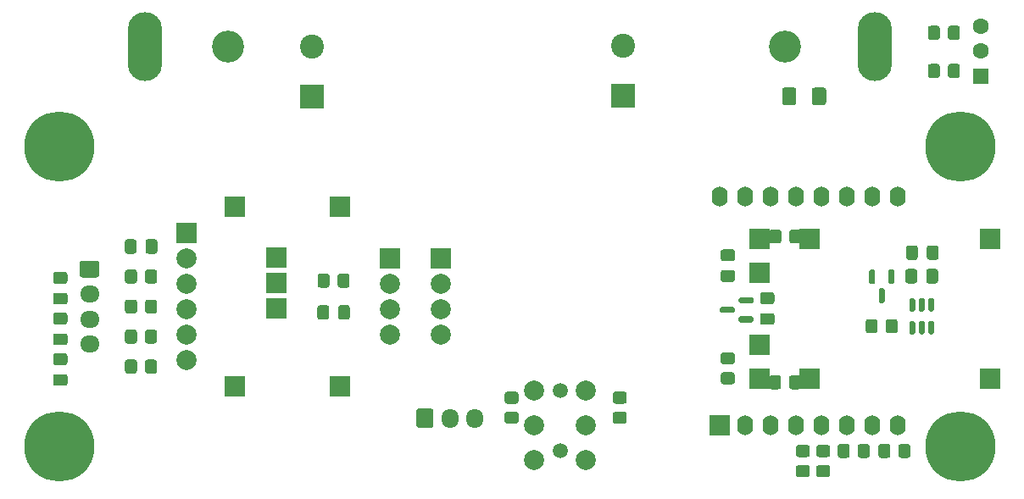
<source format=gbr>
G04 #@! TF.GenerationSoftware,KiCad,Pcbnew,6.0.7+dfsg-1~bpo11+1*
G04 #@! TF.ProjectId,wiscale-mod,77697363-616c-4652-9d6d-6f642e6b6963,rev?*
G04 #@! TF.SameCoordinates,Original*
G04 #@! TF.FileFunction,Soldermask,Bot*
G04 #@! TF.FilePolarity,Negative*
%FSLAX46Y46*%
G04 Gerber Fmt 4.6, Leading zero omitted, Abs format (unit mm)*
%MOMM*%
%LPD*%
G01*
G04 APERTURE LIST*
%ADD10R,2.000000X2.000000*%
%ADD11C,2.000000*%
%ADD12O,1.700000X1.950000*%
%ADD13R,2.400000X2.400000*%
%ADD14C,2.400000*%
%ADD15R,1.600000X1.600000*%
%ADD16C,1.600000*%
%ADD17C,7.000000*%
%ADD18C,0.800000*%
%ADD19C,1.500000*%
%ADD20O,1.950000X1.700000*%
%ADD21C,3.200000*%
%ADD22O,3.440000X6.880000*%
%ADD23O,1.600000X2.000000*%
G04 APERTURE END LIST*
D10*
X119265000Y-99850000D03*
D11*
X119265000Y-102390000D03*
X119265000Y-104930000D03*
X119265000Y-107470000D03*
X119265000Y-110010000D03*
X119265000Y-112550000D03*
D10*
X144665000Y-102390000D03*
X139585000Y-102390000D03*
D11*
X144665000Y-104930000D03*
X139585000Y-104930000D03*
X144665000Y-107470000D03*
X139585000Y-107470000D03*
X139585000Y-110010000D03*
X144665000Y-110010000D03*
G36*
G01*
X142250000Y-119075000D02*
X142250000Y-117625000D01*
G75*
G02*
X142500000Y-117375000I250000J0D01*
G01*
X143700000Y-117375000D01*
G75*
G02*
X143950000Y-117625000I0J-250000D01*
G01*
X143950000Y-119075000D01*
G75*
G02*
X143700000Y-119325000I-250000J0D01*
G01*
X142500000Y-119325000D01*
G75*
G02*
X142250000Y-119075000I0J250000D01*
G01*
G37*
D12*
X145600000Y-118350000D03*
X148100000Y-118350000D03*
D13*
X162909300Y-86155000D03*
D14*
X162909300Y-81155000D03*
D15*
X198584000Y-84157500D03*
D16*
X198584000Y-81657500D03*
X198584000Y-79157500D03*
D10*
X134600000Y-97200000D03*
X128250000Y-102280000D03*
X128250000Y-104820000D03*
X124100000Y-97200000D03*
X128250000Y-107360000D03*
X134600000Y-115200000D03*
X124100000Y-115200000D03*
D17*
X196600000Y-91200000D03*
D18*
X199225000Y-91200000D03*
X198456155Y-93056155D03*
X196600000Y-88575000D03*
X196600000Y-93825000D03*
X194743845Y-89343845D03*
X198456155Y-89343845D03*
X193975000Y-91200000D03*
X194743845Y-93056155D03*
D19*
X156600000Y-115600000D03*
X156600000Y-121600000D03*
D11*
X154000000Y-119100000D03*
X159200000Y-119100000D03*
X159200000Y-122500000D03*
X154000000Y-122500000D03*
X154000000Y-115600000D03*
X159200000Y-115600000D03*
D13*
X131794300Y-86200000D03*
D14*
X131794300Y-81200000D03*
D18*
X199225000Y-121200000D03*
D17*
X196600000Y-121200000D03*
D18*
X196600000Y-123825000D03*
X194743845Y-119343845D03*
X193975000Y-121200000D03*
X198456155Y-123056155D03*
X198456155Y-119343845D03*
X196600000Y-118575000D03*
X194743845Y-123056155D03*
G36*
G01*
X108875000Y-102600000D02*
X110325000Y-102600000D01*
G75*
G02*
X110575000Y-102850000I0J-250000D01*
G01*
X110575000Y-104050000D01*
G75*
G02*
X110325000Y-104300000I-250000J0D01*
G01*
X108875000Y-104300000D01*
G75*
G02*
X108625000Y-104050000I0J250000D01*
G01*
X108625000Y-102850000D01*
G75*
G02*
X108875000Y-102600000I250000J0D01*
G01*
G37*
D20*
X109600000Y-105950000D03*
X109600000Y-108450000D03*
X109600000Y-110950000D03*
D10*
X181550000Y-114450000D03*
X176550000Y-111050000D03*
X176550000Y-103850000D03*
X181550000Y-100450000D03*
X199550000Y-114450000D03*
X199550000Y-100450000D03*
X176550000Y-114450000D03*
X176550000Y-100450000D03*
D18*
X104743845Y-119343845D03*
X103975000Y-121200000D03*
D17*
X106600000Y-121200000D03*
D18*
X108456155Y-123056155D03*
X109225000Y-121200000D03*
X106600000Y-123825000D03*
X108456155Y-119343845D03*
X104743845Y-123056155D03*
X106600000Y-118575000D03*
D21*
X179040000Y-81200000D03*
X123430000Y-81200000D03*
D22*
X188050000Y-81200000D03*
X115150000Y-81200000D03*
D17*
X106600000Y-91200000D03*
D18*
X103975000Y-91200000D03*
X106600000Y-88575000D03*
X108456155Y-93056155D03*
X109225000Y-91200000D03*
X104743845Y-89343845D03*
X106600000Y-93825000D03*
X108456155Y-89343845D03*
X104743845Y-93056155D03*
D10*
X172520000Y-119060000D03*
D23*
X175060000Y-119060000D03*
X177600000Y-119060000D03*
X180140000Y-119060000D03*
X182680000Y-119060000D03*
X185220000Y-119060000D03*
X187760000Y-119060000D03*
X190300000Y-119060000D03*
X190300000Y-96200000D03*
X187760000Y-96200000D03*
X185220000Y-96200000D03*
X182680000Y-96200000D03*
X180140000Y-96200000D03*
X177600000Y-96200000D03*
X175060000Y-96200000D03*
X172520000Y-96200000D03*
G36*
G01*
X113125000Y-101675000D02*
X113125000Y-100725000D01*
G75*
G02*
X113375000Y-100475000I250000J0D01*
G01*
X114050000Y-100475000D01*
G75*
G02*
X114300000Y-100725000I0J-250000D01*
G01*
X114300000Y-101675000D01*
G75*
G02*
X114050000Y-101925000I-250000J0D01*
G01*
X113375000Y-101925000D01*
G75*
G02*
X113125000Y-101675000I0J250000D01*
G01*
G37*
G36*
G01*
X115200000Y-101675000D02*
X115200000Y-100725000D01*
G75*
G02*
X115450000Y-100475000I250000J0D01*
G01*
X116125000Y-100475000D01*
G75*
G02*
X116375000Y-100725000I0J-250000D01*
G01*
X116375000Y-101675000D01*
G75*
G02*
X116125000Y-101925000I-250000J0D01*
G01*
X115450000Y-101925000D01*
G75*
G02*
X115200000Y-101675000I0J250000D01*
G01*
G37*
G36*
G01*
X193345000Y-80295000D02*
X193345000Y-79395000D01*
G75*
G02*
X193595000Y-79145000I250000J0D01*
G01*
X194295000Y-79145000D01*
G75*
G02*
X194545000Y-79395000I0J-250000D01*
G01*
X194545000Y-80295000D01*
G75*
G02*
X194295000Y-80545000I-250000J0D01*
G01*
X193595000Y-80545000D01*
G75*
G02*
X193345000Y-80295000I0J250000D01*
G01*
G37*
G36*
G01*
X195345000Y-80295000D02*
X195345000Y-79395000D01*
G75*
G02*
X195595000Y-79145000I250000J0D01*
G01*
X196295000Y-79145000D01*
G75*
G02*
X196545000Y-79395000I0J-250000D01*
G01*
X196545000Y-80295000D01*
G75*
G02*
X196295000Y-80545000I-250000J0D01*
G01*
X195595000Y-80545000D01*
G75*
G02*
X195345000Y-80295000I0J250000D01*
G01*
G37*
G36*
G01*
X194411000Y-101341000D02*
X194411000Y-102291000D01*
G75*
G02*
X194161000Y-102541000I-250000J0D01*
G01*
X193486000Y-102541000D01*
G75*
G02*
X193236000Y-102291000I0J250000D01*
G01*
X193236000Y-101341000D01*
G75*
G02*
X193486000Y-101091000I250000J0D01*
G01*
X194161000Y-101091000D01*
G75*
G02*
X194411000Y-101341000I0J-250000D01*
G01*
G37*
G36*
G01*
X192336000Y-101341000D02*
X192336000Y-102291000D01*
G75*
G02*
X192086000Y-102541000I-250000J0D01*
G01*
X191411000Y-102541000D01*
G75*
G02*
X191161000Y-102291000I0J250000D01*
G01*
X191161000Y-101341000D01*
G75*
G02*
X191411000Y-101091000I250000J0D01*
G01*
X192086000Y-101091000D01*
G75*
G02*
X192336000Y-101341000I0J-250000D01*
G01*
G37*
G36*
G01*
X180670000Y-114320000D02*
X180670000Y-115220000D01*
G75*
G02*
X180420000Y-115470000I-250000J0D01*
G01*
X179720000Y-115470000D01*
G75*
G02*
X179470000Y-115220000I0J250000D01*
G01*
X179470000Y-114320000D01*
G75*
G02*
X179720000Y-114070000I250000J0D01*
G01*
X180420000Y-114070000D01*
G75*
G02*
X180670000Y-114320000I0J-250000D01*
G01*
G37*
G36*
G01*
X178670000Y-114320000D02*
X178670000Y-115220000D01*
G75*
G02*
X178420000Y-115470000I-250000J0D01*
G01*
X177720000Y-115470000D01*
G75*
G02*
X177470000Y-115220000I0J250000D01*
G01*
X177470000Y-114320000D01*
G75*
G02*
X177720000Y-114070000I250000J0D01*
G01*
X178420000Y-114070000D01*
G75*
G02*
X178670000Y-114320000I0J-250000D01*
G01*
G37*
G36*
G01*
X106205000Y-107811000D02*
X107155000Y-107811000D01*
G75*
G02*
X107405000Y-108061000I0J-250000D01*
G01*
X107405000Y-108736000D01*
G75*
G02*
X107155000Y-108986000I-250000J0D01*
G01*
X106205000Y-108986000D01*
G75*
G02*
X105955000Y-108736000I0J250000D01*
G01*
X105955000Y-108061000D01*
G75*
G02*
X106205000Y-107811000I250000J0D01*
G01*
G37*
G36*
G01*
X106205000Y-109886000D02*
X107155000Y-109886000D01*
G75*
G02*
X107405000Y-110136000I0J-250000D01*
G01*
X107405000Y-110811000D01*
G75*
G02*
X107155000Y-111061000I-250000J0D01*
G01*
X106205000Y-111061000D01*
G75*
G02*
X105955000Y-110811000I0J250000D01*
G01*
X105955000Y-110136000D01*
G75*
G02*
X106205000Y-109886000I250000J0D01*
G01*
G37*
G36*
G01*
X184328000Y-122078000D02*
X184328000Y-121178000D01*
G75*
G02*
X184578000Y-120928000I250000J0D01*
G01*
X185278000Y-120928000D01*
G75*
G02*
X185528000Y-121178000I0J-250000D01*
G01*
X185528000Y-122078000D01*
G75*
G02*
X185278000Y-122328000I-250000J0D01*
G01*
X184578000Y-122328000D01*
G75*
G02*
X184328000Y-122078000I0J250000D01*
G01*
G37*
G36*
G01*
X186328000Y-122078000D02*
X186328000Y-121178000D01*
G75*
G02*
X186578000Y-120928000I250000J0D01*
G01*
X187278000Y-120928000D01*
G75*
G02*
X187528000Y-121178000I0J-250000D01*
G01*
X187528000Y-122078000D01*
G75*
G02*
X187278000Y-122328000I-250000J0D01*
G01*
X186578000Y-122328000D01*
G75*
G02*
X186328000Y-122078000I0J250000D01*
G01*
G37*
G36*
G01*
X172905000Y-111773000D02*
X173805000Y-111773000D01*
G75*
G02*
X174055000Y-112023000I0J-250000D01*
G01*
X174055000Y-112723000D01*
G75*
G02*
X173805000Y-112973000I-250000J0D01*
G01*
X172905000Y-112973000D01*
G75*
G02*
X172655000Y-112723000I0J250000D01*
G01*
X172655000Y-112023000D01*
G75*
G02*
X172905000Y-111773000I250000J0D01*
G01*
G37*
G36*
G01*
X172905000Y-113773000D02*
X173805000Y-113773000D01*
G75*
G02*
X174055000Y-114023000I0J-250000D01*
G01*
X174055000Y-114723000D01*
G75*
G02*
X173805000Y-114973000I-250000J0D01*
G01*
X172905000Y-114973000D01*
G75*
G02*
X172655000Y-114723000I0J250000D01*
G01*
X172655000Y-114023000D01*
G75*
G02*
X172905000Y-113773000I250000J0D01*
G01*
G37*
G36*
G01*
X177500000Y-100650000D02*
X177500000Y-99750000D01*
G75*
G02*
X177750000Y-99500000I250000J0D01*
G01*
X178450000Y-99500000D01*
G75*
G02*
X178700000Y-99750000I0J-250000D01*
G01*
X178700000Y-100650000D01*
G75*
G02*
X178450000Y-100900000I-250000J0D01*
G01*
X177750000Y-100900000D01*
G75*
G02*
X177500000Y-100650000I0J250000D01*
G01*
G37*
G36*
G01*
X179500000Y-100650000D02*
X179500000Y-99750000D01*
G75*
G02*
X179750000Y-99500000I250000J0D01*
G01*
X180450000Y-99500000D01*
G75*
G02*
X180700000Y-99750000I0J-250000D01*
G01*
X180700000Y-100650000D01*
G75*
G02*
X180450000Y-100900000I-250000J0D01*
G01*
X179750000Y-100900000D01*
G75*
G02*
X179500000Y-100650000I0J250000D01*
G01*
G37*
G36*
G01*
X191622000Y-106366000D02*
X191922000Y-106366000D01*
G75*
G02*
X192072000Y-106516000I0J-150000D01*
G01*
X192072000Y-107541000D01*
G75*
G02*
X191922000Y-107691000I-150000J0D01*
G01*
X191622000Y-107691000D01*
G75*
G02*
X191472000Y-107541000I0J150000D01*
G01*
X191472000Y-106516000D01*
G75*
G02*
X191622000Y-106366000I150000J0D01*
G01*
G37*
G36*
G01*
X192572000Y-106366000D02*
X192872000Y-106366000D01*
G75*
G02*
X193022000Y-106516000I0J-150000D01*
G01*
X193022000Y-107541000D01*
G75*
G02*
X192872000Y-107691000I-150000J0D01*
G01*
X192572000Y-107691000D01*
G75*
G02*
X192422000Y-107541000I0J150000D01*
G01*
X192422000Y-106516000D01*
G75*
G02*
X192572000Y-106366000I150000J0D01*
G01*
G37*
G36*
G01*
X193522000Y-106366000D02*
X193822000Y-106366000D01*
G75*
G02*
X193972000Y-106516000I0J-150000D01*
G01*
X193972000Y-107541000D01*
G75*
G02*
X193822000Y-107691000I-150000J0D01*
G01*
X193522000Y-107691000D01*
G75*
G02*
X193372000Y-107541000I0J150000D01*
G01*
X193372000Y-106516000D01*
G75*
G02*
X193522000Y-106366000I150000J0D01*
G01*
G37*
G36*
G01*
X193522000Y-108641000D02*
X193822000Y-108641000D01*
G75*
G02*
X193972000Y-108791000I0J-150000D01*
G01*
X193972000Y-109816000D01*
G75*
G02*
X193822000Y-109966000I-150000J0D01*
G01*
X193522000Y-109966000D01*
G75*
G02*
X193372000Y-109816000I0J150000D01*
G01*
X193372000Y-108791000D01*
G75*
G02*
X193522000Y-108641000I150000J0D01*
G01*
G37*
G36*
G01*
X192572000Y-108641000D02*
X192872000Y-108641000D01*
G75*
G02*
X193022000Y-108791000I0J-150000D01*
G01*
X193022000Y-109816000D01*
G75*
G02*
X192872000Y-109966000I-150000J0D01*
G01*
X192572000Y-109966000D01*
G75*
G02*
X192422000Y-109816000I0J150000D01*
G01*
X192422000Y-108791000D01*
G75*
G02*
X192572000Y-108641000I150000J0D01*
G01*
G37*
G36*
G01*
X191622000Y-108641000D02*
X191922000Y-108641000D01*
G75*
G02*
X192072000Y-108791000I0J-150000D01*
G01*
X192072000Y-109816000D01*
G75*
G02*
X191922000Y-109966000I-150000J0D01*
G01*
X191622000Y-109966000D01*
G75*
G02*
X191472000Y-109816000I0J150000D01*
G01*
X191472000Y-108791000D01*
G75*
G02*
X191622000Y-108641000I150000J0D01*
G01*
G37*
G36*
G01*
X135585000Y-104160000D02*
X135585000Y-105060000D01*
G75*
G02*
X135335000Y-105310000I-250000J0D01*
G01*
X134635000Y-105310000D01*
G75*
G02*
X134385000Y-105060000I0J250000D01*
G01*
X134385000Y-104160000D01*
G75*
G02*
X134635000Y-103910000I250000J0D01*
G01*
X135335000Y-103910000D01*
G75*
G02*
X135585000Y-104160000I0J-250000D01*
G01*
G37*
G36*
G01*
X133585000Y-104160000D02*
X133585000Y-105060000D01*
G75*
G02*
X133335000Y-105310000I-250000J0D01*
G01*
X132635000Y-105310000D01*
G75*
G02*
X132385000Y-105060000I0J250000D01*
G01*
X132385000Y-104160000D01*
G75*
G02*
X132635000Y-103910000I250000J0D01*
G01*
X133335000Y-103910000D01*
G75*
G02*
X133585000Y-104160000I0J-250000D01*
G01*
G37*
G36*
G01*
X176817000Y-105779000D02*
X177767000Y-105779000D01*
G75*
G02*
X178017000Y-106029000I0J-250000D01*
G01*
X178017000Y-106704000D01*
G75*
G02*
X177767000Y-106954000I-250000J0D01*
G01*
X176817000Y-106954000D01*
G75*
G02*
X176567000Y-106704000I0J250000D01*
G01*
X176567000Y-106029000D01*
G75*
G02*
X176817000Y-105779000I250000J0D01*
G01*
G37*
G36*
G01*
X176817000Y-107854000D02*
X177767000Y-107854000D01*
G75*
G02*
X178017000Y-108104000I0J-250000D01*
G01*
X178017000Y-108779000D01*
G75*
G02*
X177767000Y-109029000I-250000J0D01*
G01*
X176817000Y-109029000D01*
G75*
G02*
X176567000Y-108779000I0J250000D01*
G01*
X176567000Y-108104000D01*
G75*
G02*
X176817000Y-107854000I250000J0D01*
G01*
G37*
G36*
G01*
X135610000Y-107310000D02*
X135610000Y-108260000D01*
G75*
G02*
X135360000Y-108510000I-250000J0D01*
G01*
X134685000Y-108510000D01*
G75*
G02*
X134435000Y-108260000I0J250000D01*
G01*
X134435000Y-107310000D01*
G75*
G02*
X134685000Y-107060000I250000J0D01*
G01*
X135360000Y-107060000D01*
G75*
G02*
X135610000Y-107310000I0J-250000D01*
G01*
G37*
G36*
G01*
X133535000Y-107310000D02*
X133535000Y-108260000D01*
G75*
G02*
X133285000Y-108510000I-250000J0D01*
G01*
X132610000Y-108510000D01*
G75*
G02*
X132360000Y-108260000I0J250000D01*
G01*
X132360000Y-107310000D01*
G75*
G02*
X132610000Y-107060000I250000J0D01*
G01*
X133285000Y-107060000D01*
G75*
G02*
X133535000Y-107310000I0J-250000D01*
G01*
G37*
G36*
G01*
X183330000Y-124244000D02*
X182430000Y-124244000D01*
G75*
G02*
X182180000Y-123994000I0J250000D01*
G01*
X182180000Y-123294000D01*
G75*
G02*
X182430000Y-123044000I250000J0D01*
G01*
X183330000Y-123044000D01*
G75*
G02*
X183580000Y-123294000I0J-250000D01*
G01*
X183580000Y-123994000D01*
G75*
G02*
X183330000Y-124244000I-250000J0D01*
G01*
G37*
G36*
G01*
X183330000Y-122244000D02*
X182430000Y-122244000D01*
G75*
G02*
X182180000Y-121994000I0J250000D01*
G01*
X182180000Y-121294000D01*
G75*
G02*
X182430000Y-121044000I250000J0D01*
G01*
X183330000Y-121044000D01*
G75*
G02*
X183580000Y-121294000I0J-250000D01*
G01*
X183580000Y-121994000D01*
G75*
G02*
X183330000Y-122244000I-250000J0D01*
G01*
G37*
G36*
G01*
X188392000Y-122078000D02*
X188392000Y-121178000D01*
G75*
G02*
X188642000Y-120928000I250000J0D01*
G01*
X189342000Y-120928000D01*
G75*
G02*
X189592000Y-121178000I0J-250000D01*
G01*
X189592000Y-122078000D01*
G75*
G02*
X189342000Y-122328000I-250000J0D01*
G01*
X188642000Y-122328000D01*
G75*
G02*
X188392000Y-122078000I0J250000D01*
G01*
G37*
G36*
G01*
X190392000Y-122078000D02*
X190392000Y-121178000D01*
G75*
G02*
X190642000Y-120928000I250000J0D01*
G01*
X191342000Y-120928000D01*
G75*
G02*
X191592000Y-121178000I0J-250000D01*
G01*
X191592000Y-122078000D01*
G75*
G02*
X191342000Y-122328000I-250000J0D01*
G01*
X190642000Y-122328000D01*
G75*
G02*
X190392000Y-122078000I0J250000D01*
G01*
G37*
G36*
G01*
X187622000Y-103491000D02*
X187922000Y-103491000D01*
G75*
G02*
X188072000Y-103641000I0J-150000D01*
G01*
X188072000Y-104816000D01*
G75*
G02*
X187922000Y-104966000I-150000J0D01*
G01*
X187622000Y-104966000D01*
G75*
G02*
X187472000Y-104816000I0J150000D01*
G01*
X187472000Y-103641000D01*
G75*
G02*
X187622000Y-103491000I150000J0D01*
G01*
G37*
G36*
G01*
X189522000Y-103491000D02*
X189822000Y-103491000D01*
G75*
G02*
X189972000Y-103641000I0J-150000D01*
G01*
X189972000Y-104816000D01*
G75*
G02*
X189822000Y-104966000I-150000J0D01*
G01*
X189522000Y-104966000D01*
G75*
G02*
X189372000Y-104816000I0J150000D01*
G01*
X189372000Y-103641000D01*
G75*
G02*
X189522000Y-103491000I150000J0D01*
G01*
G37*
G36*
G01*
X188572000Y-105366000D02*
X188872000Y-105366000D01*
G75*
G02*
X189022000Y-105516000I0J-150000D01*
G01*
X189022000Y-106691000D01*
G75*
G02*
X188872000Y-106841000I-150000J0D01*
G01*
X188572000Y-106841000D01*
G75*
G02*
X188422000Y-106691000I0J150000D01*
G01*
X188422000Y-105516000D01*
G75*
G02*
X188572000Y-105366000I150000J0D01*
G01*
G37*
G36*
G01*
X175919000Y-106431000D02*
X175919000Y-106731000D01*
G75*
G02*
X175769000Y-106881000I-150000J0D01*
G01*
X174594000Y-106881000D01*
G75*
G02*
X174444000Y-106731000I0J150000D01*
G01*
X174444000Y-106431000D01*
G75*
G02*
X174594000Y-106281000I150000J0D01*
G01*
X175769000Y-106281000D01*
G75*
G02*
X175919000Y-106431000I0J-150000D01*
G01*
G37*
G36*
G01*
X175919000Y-108331000D02*
X175919000Y-108631000D01*
G75*
G02*
X175769000Y-108781000I-150000J0D01*
G01*
X174594000Y-108781000D01*
G75*
G02*
X174444000Y-108631000I0J150000D01*
G01*
X174444000Y-108331000D01*
G75*
G02*
X174594000Y-108181000I150000J0D01*
G01*
X175769000Y-108181000D01*
G75*
G02*
X175919000Y-108331000I0J-150000D01*
G01*
G37*
G36*
G01*
X174044000Y-107381000D02*
X174044000Y-107681000D01*
G75*
G02*
X173894000Y-107831000I-150000J0D01*
G01*
X172719000Y-107831000D01*
G75*
G02*
X172569000Y-107681000I0J150000D01*
G01*
X172569000Y-107381000D01*
G75*
G02*
X172719000Y-107231000I150000J0D01*
G01*
X173894000Y-107231000D01*
G75*
G02*
X174044000Y-107381000I0J-150000D01*
G01*
G37*
G36*
G01*
X172880000Y-101482500D02*
X173830000Y-101482500D01*
G75*
G02*
X174080000Y-101732500I0J-250000D01*
G01*
X174080000Y-102407500D01*
G75*
G02*
X173830000Y-102657500I-250000J0D01*
G01*
X172880000Y-102657500D01*
G75*
G02*
X172630000Y-102407500I0J250000D01*
G01*
X172630000Y-101732500D01*
G75*
G02*
X172880000Y-101482500I250000J0D01*
G01*
G37*
G36*
G01*
X172880000Y-103557500D02*
X173830000Y-103557500D01*
G75*
G02*
X174080000Y-103807500I0J-250000D01*
G01*
X174080000Y-104482500D01*
G75*
G02*
X173830000Y-104732500I-250000J0D01*
G01*
X172880000Y-104732500D01*
G75*
G02*
X172630000Y-104482500I0J250000D01*
G01*
X172630000Y-103807500D01*
G75*
G02*
X172880000Y-103557500I250000J0D01*
G01*
G37*
G36*
G01*
X163010000Y-118910000D02*
X162110000Y-118910000D01*
G75*
G02*
X161860000Y-118660000I0J250000D01*
G01*
X161860000Y-117960000D01*
G75*
G02*
X162110000Y-117710000I250000J0D01*
G01*
X163010000Y-117710000D01*
G75*
G02*
X163260000Y-117960000I0J-250000D01*
G01*
X163260000Y-118660000D01*
G75*
G02*
X163010000Y-118910000I-250000J0D01*
G01*
G37*
G36*
G01*
X163010000Y-116910000D02*
X162110000Y-116910000D01*
G75*
G02*
X161860000Y-116660000I0J250000D01*
G01*
X161860000Y-115960000D01*
G75*
G02*
X162110000Y-115710000I250000J0D01*
G01*
X163010000Y-115710000D01*
G75*
G02*
X163260000Y-115960000I0J-250000D01*
G01*
X163260000Y-116660000D01*
G75*
G02*
X163010000Y-116910000I-250000J0D01*
G01*
G37*
G36*
G01*
X113150000Y-110650000D02*
X113150000Y-109750000D01*
G75*
G02*
X113400000Y-109500000I250000J0D01*
G01*
X114100000Y-109500000D01*
G75*
G02*
X114350000Y-109750000I0J-250000D01*
G01*
X114350000Y-110650000D01*
G75*
G02*
X114100000Y-110900000I-250000J0D01*
G01*
X113400000Y-110900000D01*
G75*
G02*
X113150000Y-110650000I0J250000D01*
G01*
G37*
G36*
G01*
X115150000Y-110650000D02*
X115150000Y-109750000D01*
G75*
G02*
X115400000Y-109500000I250000J0D01*
G01*
X116100000Y-109500000D01*
G75*
G02*
X116350000Y-109750000I0J-250000D01*
G01*
X116350000Y-110650000D01*
G75*
G02*
X116100000Y-110900000I-250000J0D01*
G01*
X115400000Y-110900000D01*
G75*
G02*
X115150000Y-110650000I0J250000D01*
G01*
G37*
G36*
G01*
X107155000Y-115125000D02*
X106205000Y-115125000D01*
G75*
G02*
X105955000Y-114875000I0J250000D01*
G01*
X105955000Y-114200000D01*
G75*
G02*
X106205000Y-113950000I250000J0D01*
G01*
X107155000Y-113950000D01*
G75*
G02*
X107405000Y-114200000I0J-250000D01*
G01*
X107405000Y-114875000D01*
G75*
G02*
X107155000Y-115125000I-250000J0D01*
G01*
G37*
G36*
G01*
X107155000Y-113050000D02*
X106205000Y-113050000D01*
G75*
G02*
X105955000Y-112800000I0J250000D01*
G01*
X105955000Y-112125000D01*
G75*
G02*
X106205000Y-111875000I250000J0D01*
G01*
X107155000Y-111875000D01*
G75*
G02*
X107405000Y-112125000I0J-250000D01*
G01*
X107405000Y-112800000D01*
G75*
G02*
X107155000Y-113050000I-250000J0D01*
G01*
G37*
G36*
G01*
X194347000Y-103691000D02*
X194347000Y-104641000D01*
G75*
G02*
X194097000Y-104891000I-250000J0D01*
G01*
X193422000Y-104891000D01*
G75*
G02*
X193172000Y-104641000I0J250000D01*
G01*
X193172000Y-103691000D01*
G75*
G02*
X193422000Y-103441000I250000J0D01*
G01*
X194097000Y-103441000D01*
G75*
G02*
X194347000Y-103691000I0J-250000D01*
G01*
G37*
G36*
G01*
X192272000Y-103691000D02*
X192272000Y-104641000D01*
G75*
G02*
X192022000Y-104891000I-250000J0D01*
G01*
X191347000Y-104891000D01*
G75*
G02*
X191097000Y-104641000I0J250000D01*
G01*
X191097000Y-103691000D01*
G75*
G02*
X191347000Y-103441000I250000J0D01*
G01*
X192022000Y-103441000D01*
G75*
G02*
X192272000Y-103691000I0J-250000D01*
G01*
G37*
G36*
G01*
X113150000Y-104650000D02*
X113150000Y-103750000D01*
G75*
G02*
X113400000Y-103500000I250000J0D01*
G01*
X114100000Y-103500000D01*
G75*
G02*
X114350000Y-103750000I0J-250000D01*
G01*
X114350000Y-104650000D01*
G75*
G02*
X114100000Y-104900000I-250000J0D01*
G01*
X113400000Y-104900000D01*
G75*
G02*
X113150000Y-104650000I0J250000D01*
G01*
G37*
G36*
G01*
X115150000Y-104650000D02*
X115150000Y-103750000D01*
G75*
G02*
X115400000Y-103500000I250000J0D01*
G01*
X116100000Y-103500000D01*
G75*
G02*
X116350000Y-103750000I0J-250000D01*
G01*
X116350000Y-104650000D01*
G75*
G02*
X116100000Y-104900000I-250000J0D01*
G01*
X115400000Y-104900000D01*
G75*
G02*
X115150000Y-104650000I0J250000D01*
G01*
G37*
G36*
G01*
X181298000Y-124244000D02*
X180398000Y-124244000D01*
G75*
G02*
X180148000Y-123994000I0J250000D01*
G01*
X180148000Y-123294000D01*
G75*
G02*
X180398000Y-123044000I250000J0D01*
G01*
X181298000Y-123044000D01*
G75*
G02*
X181548000Y-123294000I0J-250000D01*
G01*
X181548000Y-123994000D01*
G75*
G02*
X181298000Y-124244000I-250000J0D01*
G01*
G37*
G36*
G01*
X181298000Y-122244000D02*
X180398000Y-122244000D01*
G75*
G02*
X180148000Y-121994000I0J250000D01*
G01*
X180148000Y-121294000D01*
G75*
G02*
X180398000Y-121044000I250000J0D01*
G01*
X181298000Y-121044000D01*
G75*
G02*
X181548000Y-121294000I0J-250000D01*
G01*
X181548000Y-121994000D01*
G75*
G02*
X181298000Y-122244000I-250000J0D01*
G01*
G37*
G36*
G01*
X178775000Y-86819999D02*
X178775000Y-85570001D01*
G75*
G02*
X179025001Y-85320000I250001J0D01*
G01*
X179949999Y-85320000D01*
G75*
G02*
X180200000Y-85570001I0J-250001D01*
G01*
X180200000Y-86819999D01*
G75*
G02*
X179949999Y-87070000I-250001J0D01*
G01*
X179025001Y-87070000D01*
G75*
G02*
X178775000Y-86819999I0J250001D01*
G01*
G37*
G36*
G01*
X181750000Y-86819999D02*
X181750000Y-85570001D01*
G75*
G02*
X182000001Y-85320000I250001J0D01*
G01*
X182924999Y-85320000D01*
G75*
G02*
X183175000Y-85570001I0J-250001D01*
G01*
X183175000Y-86819999D01*
G75*
G02*
X182924999Y-87070000I-250001J0D01*
G01*
X182000001Y-87070000D01*
G75*
G02*
X181750000Y-86819999I0J250001D01*
G01*
G37*
G36*
G01*
X113150000Y-107650000D02*
X113150000Y-106750000D01*
G75*
G02*
X113400000Y-106500000I250000J0D01*
G01*
X114100000Y-106500000D01*
G75*
G02*
X114350000Y-106750000I0J-250000D01*
G01*
X114350000Y-107650000D01*
G75*
G02*
X114100000Y-107900000I-250000J0D01*
G01*
X113400000Y-107900000D01*
G75*
G02*
X113150000Y-107650000I0J250000D01*
G01*
G37*
G36*
G01*
X115150000Y-107650000D02*
X115150000Y-106750000D01*
G75*
G02*
X115400000Y-106500000I250000J0D01*
G01*
X116100000Y-106500000D01*
G75*
G02*
X116350000Y-106750000I0J-250000D01*
G01*
X116350000Y-107650000D01*
G75*
G02*
X116100000Y-107900000I-250000J0D01*
G01*
X115400000Y-107900000D01*
G75*
G02*
X115150000Y-107650000I0J250000D01*
G01*
G37*
G36*
G01*
X152215000Y-118910000D02*
X151315000Y-118910000D01*
G75*
G02*
X151065000Y-118660000I0J250000D01*
G01*
X151065000Y-117960000D01*
G75*
G02*
X151315000Y-117710000I250000J0D01*
G01*
X152215000Y-117710000D01*
G75*
G02*
X152465000Y-117960000I0J-250000D01*
G01*
X152465000Y-118660000D01*
G75*
G02*
X152215000Y-118910000I-250000J0D01*
G01*
G37*
G36*
G01*
X152215000Y-116910000D02*
X151315000Y-116910000D01*
G75*
G02*
X151065000Y-116660000I0J250000D01*
G01*
X151065000Y-115960000D01*
G75*
G02*
X151315000Y-115710000I250000J0D01*
G01*
X152215000Y-115710000D01*
G75*
G02*
X152465000Y-115960000I0J-250000D01*
G01*
X152465000Y-116660000D01*
G75*
G02*
X152215000Y-116910000I-250000J0D01*
G01*
G37*
G36*
G01*
X113150000Y-113650000D02*
X113150000Y-112750000D01*
G75*
G02*
X113400000Y-112500000I250000J0D01*
G01*
X114100000Y-112500000D01*
G75*
G02*
X114350000Y-112750000I0J-250000D01*
G01*
X114350000Y-113650000D01*
G75*
G02*
X114100000Y-113900000I-250000J0D01*
G01*
X113400000Y-113900000D01*
G75*
G02*
X113150000Y-113650000I0J250000D01*
G01*
G37*
G36*
G01*
X115150000Y-113650000D02*
X115150000Y-112750000D01*
G75*
G02*
X115400000Y-112500000I250000J0D01*
G01*
X116100000Y-112500000D01*
G75*
G02*
X116350000Y-112750000I0J-250000D01*
G01*
X116350000Y-113650000D01*
G75*
G02*
X116100000Y-113900000I-250000J0D01*
G01*
X115400000Y-113900000D01*
G75*
G02*
X115150000Y-113650000I0J250000D01*
G01*
G37*
G36*
G01*
X190322000Y-108716000D02*
X190322000Y-109616000D01*
G75*
G02*
X190072000Y-109866000I-250000J0D01*
G01*
X189372000Y-109866000D01*
G75*
G02*
X189122000Y-109616000I0J250000D01*
G01*
X189122000Y-108716000D01*
G75*
G02*
X189372000Y-108466000I250000J0D01*
G01*
X190072000Y-108466000D01*
G75*
G02*
X190322000Y-108716000I0J-250000D01*
G01*
G37*
G36*
G01*
X188322000Y-108716000D02*
X188322000Y-109616000D01*
G75*
G02*
X188072000Y-109866000I-250000J0D01*
G01*
X187372000Y-109866000D01*
G75*
G02*
X187122000Y-109616000I0J250000D01*
G01*
X187122000Y-108716000D01*
G75*
G02*
X187372000Y-108466000I250000J0D01*
G01*
X188072000Y-108466000D01*
G75*
G02*
X188322000Y-108716000I0J-250000D01*
G01*
G37*
G36*
G01*
X193345000Y-84105000D02*
X193345000Y-83205000D01*
G75*
G02*
X193595000Y-82955000I250000J0D01*
G01*
X194295000Y-82955000D01*
G75*
G02*
X194545000Y-83205000I0J-250000D01*
G01*
X194545000Y-84105000D01*
G75*
G02*
X194295000Y-84355000I-250000J0D01*
G01*
X193595000Y-84355000D01*
G75*
G02*
X193345000Y-84105000I0J250000D01*
G01*
G37*
G36*
G01*
X195345000Y-84105000D02*
X195345000Y-83205000D01*
G75*
G02*
X195595000Y-82955000I250000J0D01*
G01*
X196295000Y-82955000D01*
G75*
G02*
X196545000Y-83205000I0J-250000D01*
G01*
X196545000Y-84105000D01*
G75*
G02*
X196295000Y-84355000I-250000J0D01*
G01*
X195595000Y-84355000D01*
G75*
G02*
X195345000Y-84105000I0J250000D01*
G01*
G37*
G36*
G01*
X106205000Y-103747000D02*
X107155000Y-103747000D01*
G75*
G02*
X107405000Y-103997000I0J-250000D01*
G01*
X107405000Y-104672000D01*
G75*
G02*
X107155000Y-104922000I-250000J0D01*
G01*
X106205000Y-104922000D01*
G75*
G02*
X105955000Y-104672000I0J250000D01*
G01*
X105955000Y-103997000D01*
G75*
G02*
X106205000Y-103747000I250000J0D01*
G01*
G37*
G36*
G01*
X106205000Y-105822000D02*
X107155000Y-105822000D01*
G75*
G02*
X107405000Y-106072000I0J-250000D01*
G01*
X107405000Y-106747000D01*
G75*
G02*
X107155000Y-106997000I-250000J0D01*
G01*
X106205000Y-106997000D01*
G75*
G02*
X105955000Y-106747000I0J250000D01*
G01*
X105955000Y-106072000D01*
G75*
G02*
X106205000Y-105822000I250000J0D01*
G01*
G37*
M02*

</source>
